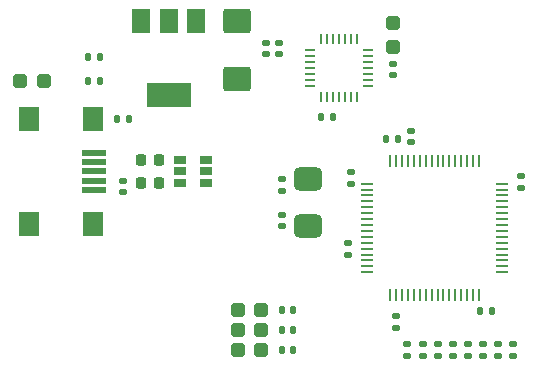
<source format=gbr>
G04 #@! TF.GenerationSoftware,KiCad,Pcbnew,(5.99.0-6506-gfdf6547f5f)*
G04 #@! TF.CreationDate,2020-10-25T21:58:58+03:00*
G04 #@! TF.ProjectId,DevBoard,44657642-6f61-4726-942e-6b696361645f,rev?*
G04 #@! TF.SameCoordinates,Original*
G04 #@! TF.FileFunction,Paste,Top*
G04 #@! TF.FilePolarity,Positive*
%FSLAX46Y46*%
G04 Gerber Fmt 4.6, Leading zero omitted, Abs format (unit mm)*
G04 Created by KiCad (PCBNEW (5.99.0-6506-gfdf6547f5f)) date 2020-10-25 21:58:58*
%MOMM*%
%LPD*%
G01*
G04 APERTURE LIST*
G04 Aperture macros list*
%AMRoundRect*
0 Rectangle with rounded corners*
0 $1 Rounding radius*
0 $2 $3 $4 $5 $6 $7 $8 $9 X,Y pos of 4 corners*
0 Add a 4 corners polygon primitive as box body*
4,1,4,$2,$3,$4,$5,$6,$7,$8,$9,$2,$3,0*
0 Add four circle primitives for the rounded corners*
1,1,$1+$1,$2,$3,0*
1,1,$1+$1,$4,$5,0*
1,1,$1+$1,$6,$7,0*
1,1,$1+$1,$8,$9,0*
0 Add four rect primitives between the rounded corners*
20,1,$1+$1,$2,$3,$4,$5,0*
20,1,$1+$1,$4,$5,$6,$7,0*
20,1,$1+$1,$6,$7,$8,$9,0*
20,1,$1+$1,$8,$9,$2,$3,0*%
G04 Aperture macros list end*
%ADD10RoundRect,0.147500X0.147500X0.172500X-0.147500X0.172500X-0.147500X-0.172500X0.147500X-0.172500X0*%
%ADD11RoundRect,0.300000X-0.300000X-0.300000X0.300000X-0.300000X0.300000X0.300000X-0.300000X0.300000X0*%
%ADD12R,2.000000X0.500000*%
%ADD13R,1.700000X2.000000*%
%ADD14RoundRect,0.147500X0.172500X-0.147500X0.172500X0.147500X-0.172500X0.147500X-0.172500X-0.147500X0*%
%ADD15RoundRect,0.218750X0.218750X0.256250X-0.218750X0.256250X-0.218750X-0.256250X0.218750X-0.256250X0*%
%ADD16R,1.500000X2.000000*%
%ADD17R,3.800000X2.000000*%
%ADD18RoundRect,0.250000X0.925000X-0.787500X0.925000X0.787500X-0.925000X0.787500X-0.925000X-0.787500X0*%
%ADD19RoundRect,0.062500X-0.337500X-0.062500X0.337500X-0.062500X0.337500X0.062500X-0.337500X0.062500X0*%
%ADD20RoundRect,0.062500X-0.062500X-0.337500X0.062500X-0.337500X0.062500X0.337500X-0.062500X0.337500X0*%
%ADD21R,1.060000X0.650000*%
%ADD22RoundRect,0.300000X-0.300000X0.300000X-0.300000X-0.300000X0.300000X-0.300000X0.300000X0.300000X0*%
%ADD23RoundRect,0.147500X-0.172500X0.147500X-0.172500X-0.147500X0.172500X-0.147500X0.172500X0.147500X0*%
%ADD24RoundRect,0.147500X-0.147500X-0.172500X0.147500X-0.172500X0.147500X0.172500X-0.147500X0.172500X0*%
%ADD25R,1.000000X0.250000*%
%ADD26R,0.250000X1.000000*%
%ADD27RoundRect,0.500000X-0.700000X0.500000X-0.700000X-0.500000X0.700000X-0.500000X0.700000X0.500000X0*%
G04 APERTURE END LIST*
D10*
X50069100Y-84274900D03*
X49099100Y-84274900D03*
D11*
X40837100Y-81049100D03*
X42837100Y-81049100D03*
D12*
X47153300Y-87119900D03*
X47153300Y-87919900D03*
X47153300Y-88719900D03*
X47153300Y-89519900D03*
X47153300Y-90319900D03*
D13*
X47053300Y-93169900D03*
X41603300Y-84269900D03*
X41603300Y-93169900D03*
X47053300Y-84269900D03*
D14*
X49596800Y-90487600D03*
X49596800Y-89517600D03*
D15*
X52644900Y-87767400D03*
X51069900Y-87767400D03*
D10*
X47592600Y-81049100D03*
X46622600Y-81049100D03*
D15*
X52644900Y-89672400D03*
X51069900Y-89672400D03*
D16*
X55732200Y-75968700D03*
X53432200Y-75968700D03*
D17*
X53432200Y-82268700D03*
D16*
X51132200Y-75968700D03*
D18*
X59245500Y-80897700D03*
X59245500Y-75972700D03*
D19*
X65406100Y-78471900D03*
X65406100Y-78971900D03*
X65406100Y-79471900D03*
X65406100Y-79971900D03*
X65406100Y-80471900D03*
X65406100Y-80971900D03*
X65406100Y-81471900D03*
D20*
X66356100Y-82421900D03*
X66856100Y-82421900D03*
X67356100Y-82421900D03*
X67856100Y-82421900D03*
X68356100Y-82421900D03*
X68856100Y-82421900D03*
X69356100Y-82421900D03*
D19*
X70306100Y-81471900D03*
X70306100Y-80971900D03*
X70306100Y-80471900D03*
X70306100Y-79971900D03*
X70306100Y-79471900D03*
X70306100Y-78971900D03*
X70306100Y-78471900D03*
D20*
X69356100Y-77521900D03*
X68856100Y-77521900D03*
X68356100Y-77521900D03*
X67856100Y-77521900D03*
X67356100Y-77521900D03*
X66856100Y-77521900D03*
X66356100Y-77521900D03*
D21*
X54415000Y-87769900D03*
X54415000Y-88719900D03*
X54415000Y-89669900D03*
X56615000Y-89669900D03*
X56615000Y-88719900D03*
X56615000Y-87769900D03*
D10*
X47591840Y-79054960D03*
X46621840Y-79054960D03*
D22*
X72405240Y-76175360D03*
X72405240Y-78175360D03*
D23*
X82550000Y-103350200D03*
X82550000Y-104320200D03*
X83271360Y-89126200D03*
X83271360Y-90096200D03*
X63030100Y-89367500D03*
X63030100Y-90337500D03*
X80010000Y-103350200D03*
X80010000Y-104320200D03*
D24*
X71849120Y-85989160D03*
X72819120Y-85989160D03*
D14*
X63030100Y-93355020D03*
X63030100Y-92385020D03*
D23*
X77470000Y-103350200D03*
X77470000Y-104320200D03*
D14*
X72689720Y-101952920D03*
X72689720Y-100982920D03*
D23*
X74930000Y-103350200D03*
X74930000Y-104320200D03*
D14*
X68590160Y-95750240D03*
X68590160Y-94780240D03*
X68910200Y-89750760D03*
X68910200Y-88780760D03*
D10*
X80784560Y-100553520D03*
X79814560Y-100553520D03*
D14*
X61706760Y-78808440D03*
X61706760Y-77838440D03*
X62788800Y-78805900D03*
X62788800Y-77835900D03*
D11*
X59269120Y-100441760D03*
X61269120Y-100441760D03*
X59269120Y-102148640D03*
X61269120Y-102148640D03*
X59269120Y-103855520D03*
X61269120Y-103855520D03*
D23*
X73647300Y-103350200D03*
X73647300Y-104320200D03*
X76200000Y-103350200D03*
X76200000Y-104320200D03*
X78740000Y-103350200D03*
X78740000Y-104320200D03*
X81280000Y-103350200D03*
X81280000Y-104320200D03*
D14*
X73964800Y-86225240D03*
X73964800Y-85255240D03*
X72405240Y-80586440D03*
X72405240Y-79616440D03*
D10*
X63985000Y-100439220D03*
X63015000Y-100439220D03*
X63985000Y-102148640D03*
X63015000Y-102148640D03*
X63985000Y-103858060D03*
X63015000Y-103858060D03*
D24*
X66355100Y-84086700D03*
X67325100Y-84086700D03*
D25*
X70246000Y-89750000D03*
X70246000Y-90250000D03*
X70246000Y-90750000D03*
X70246000Y-91250000D03*
X70246000Y-91750000D03*
X70246000Y-92250000D03*
X70246000Y-92750000D03*
X70246000Y-93250000D03*
X70246000Y-93750000D03*
X70246000Y-94250000D03*
X70246000Y-94750000D03*
X70246000Y-95250000D03*
X70246000Y-95750000D03*
X70246000Y-96250000D03*
X70246000Y-96750000D03*
X70246000Y-97250000D03*
D26*
X72196000Y-99200000D03*
X72696000Y-99200000D03*
X73196000Y-99200000D03*
X73696000Y-99200000D03*
X74196000Y-99200000D03*
X74696000Y-99200000D03*
X75196000Y-99200000D03*
X75696000Y-99200000D03*
X76196000Y-99200000D03*
X76696000Y-99200000D03*
X77196000Y-99200000D03*
X77696000Y-99200000D03*
X78196000Y-99200000D03*
X78696000Y-99200000D03*
X79196000Y-99200000D03*
X79696000Y-99200000D03*
D25*
X81646000Y-97250000D03*
X81646000Y-96750000D03*
X81646000Y-96250000D03*
X81646000Y-95750000D03*
X81646000Y-95250000D03*
X81646000Y-94750000D03*
X81646000Y-94250000D03*
X81646000Y-93750000D03*
X81646000Y-93250000D03*
X81646000Y-92750000D03*
X81646000Y-92250000D03*
X81646000Y-91750000D03*
X81646000Y-91250000D03*
X81646000Y-90750000D03*
X81646000Y-90250000D03*
X81646000Y-89750000D03*
D26*
X79696000Y-87800000D03*
X79196000Y-87800000D03*
X78696000Y-87800000D03*
X78196000Y-87800000D03*
X77696000Y-87800000D03*
X77196000Y-87800000D03*
X76696000Y-87800000D03*
X76196000Y-87800000D03*
X75696000Y-87800000D03*
X75196000Y-87800000D03*
X74696000Y-87800000D03*
X74196000Y-87800000D03*
X73696000Y-87800000D03*
X73196000Y-87800000D03*
X72696000Y-87800000D03*
X72196000Y-87800000D03*
D27*
X65217040Y-89356180D03*
X65217040Y-93356180D03*
M02*

</source>
